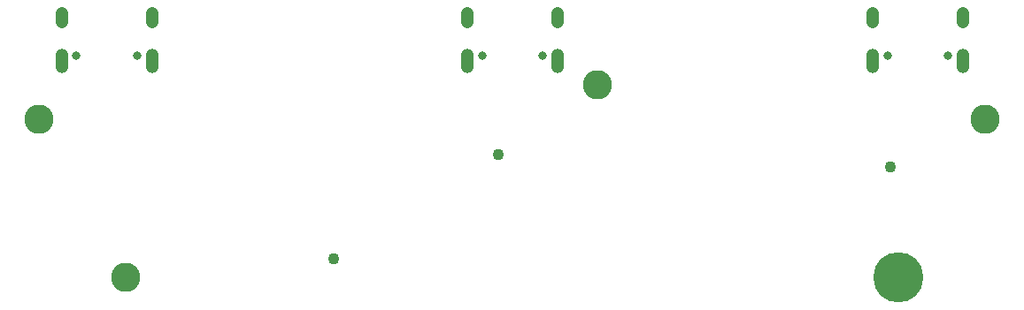
<source format=gbr>
%TF.GenerationSoftware,KiCad,Pcbnew,8.0.2*%
%TF.CreationDate,2025-12-10T20:47:36-08:00*%
%TF.ProjectId,USB-A-Daughterboard,5553422d-412d-4446-9175-676874657262,rev?*%
%TF.SameCoordinates,Original*%
%TF.FileFunction,Soldermask,Top*%
%TF.FilePolarity,Negative*%
%FSLAX46Y46*%
G04 Gerber Fmt 4.6, Leading zero omitted, Abs format (unit mm)*
G04 Created by KiCad (PCBNEW 8.0.2) date 2025-12-10 20:47:36*
%MOMM*%
%LPD*%
G01*
G04 APERTURE LIST*
%ADD10C,1.101600*%
%ADD11C,0.801600*%
%ADD12O,1.254000X2.354000*%
%ADD13O,1.254000X2.054000*%
%ADD14C,2.801600*%
%ADD15C,4.801600*%
G04 APERTURE END LIST*
D10*
%TO.C,TP2*%
X31000000Y-24700000D03*
%TD*%
%TO.C,TP1*%
X46700000Y-14700000D03*
%TD*%
D11*
%TO.C,J1*%
X89760000Y-5250000D03*
X83980000Y-5250000D03*
D12*
X91190000Y-5750000D03*
D13*
X91190000Y-1600000D03*
D12*
X82550000Y-5750000D03*
D13*
X82550000Y-1600000D03*
%TD*%
D14*
%TO.C,H2*%
X11100000Y-26500000D03*
%TD*%
D15*
%TO.C,H1*%
X85040000Y-26500000D03*
%TD*%
D11*
%TO.C,J2*%
X12160000Y-5250000D03*
X6380000Y-5250000D03*
D12*
X13590000Y-5750000D03*
D13*
X13590000Y-1600000D03*
D12*
X4950000Y-5750000D03*
D13*
X4950000Y-1600000D03*
%TD*%
D14*
%TO.C,H3*%
X93340000Y-11300000D03*
%TD*%
D11*
%TO.C,J5*%
X50960000Y-5250000D03*
X45180000Y-5250000D03*
D12*
X52390000Y-5750000D03*
D13*
X52390000Y-1600000D03*
D12*
X43750000Y-5750000D03*
D13*
X43750000Y-1600000D03*
%TD*%
D14*
%TO.C,H4*%
X56240000Y-8000000D03*
%TD*%
D10*
%TO.C,TP3*%
X84200000Y-15900000D03*
%TD*%
D14*
%TO.C,H5*%
X2800000Y-11300000D03*
%TD*%
M02*

</source>
